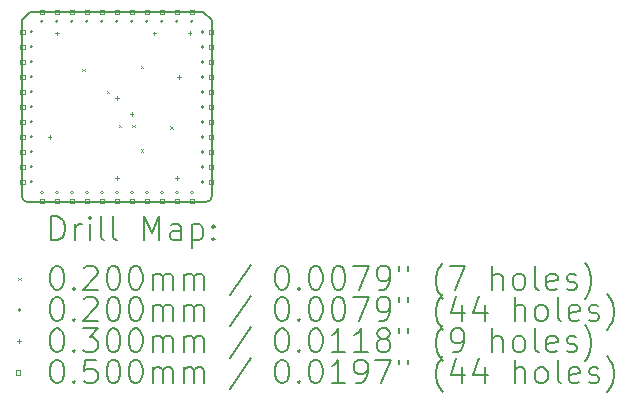
<source format=gbr>
%TF.GenerationSoftware,KiCad,Pcbnew,8.0.6*%
%TF.CreationDate,2024-11-06T22:11:39-05:00*%
%TF.ProjectId,CPLD Replacement,43504c44-2052-4657-906c-6163656d656e,rev?*%
%TF.SameCoordinates,Original*%
%TF.FileFunction,Drillmap*%
%TF.FilePolarity,Positive*%
%FSLAX45Y45*%
G04 Gerber Fmt 4.5, Leading zero omitted, Abs format (unit mm)*
G04 Created by KiCad (PCBNEW 8.0.6) date 2024-11-06 22:11:39*
%MOMM*%
%LPD*%
G01*
G04 APERTURE LIST*
%ADD10C,0.150000*%
%ADD11C,0.200000*%
%ADD12C,0.100000*%
G04 APERTURE END LIST*
D10*
X13842454Y-10301000D02*
X13842454Y-8821000D01*
X13917986Y-8745465D02*
X13842452Y-8821000D01*
X13918000Y-8745449D02*
X15383000Y-8745449D01*
X15383009Y-8745445D02*
X15457564Y-8820000D01*
X15397000Y-10361542D02*
X13902000Y-10361542D01*
X15457550Y-8820000D02*
X15457550Y-10301000D01*
X13902465Y-10361524D02*
G75*
G02*
X13842457Y-10301516I0J60008D01*
G01*
X15457558Y-10301435D02*
G75*
G02*
X15397549Y-10361443I-60009J1D01*
G01*
D11*
D12*
X14358000Y-9231000D02*
X14378000Y-9251000D01*
X14378000Y-9231000D02*
X14358000Y-9251000D01*
X14563000Y-9416000D02*
X14583000Y-9436000D01*
X14583000Y-9416000D02*
X14563000Y-9436000D01*
X14668000Y-9705000D02*
X14688000Y-9725000D01*
X14688000Y-9705000D02*
X14668000Y-9725000D01*
X14781000Y-9704000D02*
X14801000Y-9724000D01*
X14801000Y-9704000D02*
X14781000Y-9724000D01*
X14851000Y-9204000D02*
X14871000Y-9224000D01*
X14871000Y-9204000D02*
X14851000Y-9224000D01*
X14855000Y-9912000D02*
X14875000Y-9932000D01*
X14875000Y-9912000D02*
X14855000Y-9932000D01*
X15101000Y-9716000D02*
X15121000Y-9736000D01*
X15121000Y-9716000D02*
X15101000Y-9736000D01*
X13935000Y-8918000D02*
G75*
G02*
X13915000Y-8918000I-10000J0D01*
G01*
X13915000Y-8918000D02*
G75*
G02*
X13935000Y-8918000I10000J0D01*
G01*
X13935000Y-9045000D02*
G75*
G02*
X13915000Y-9045000I-10000J0D01*
G01*
X13915000Y-9045000D02*
G75*
G02*
X13935000Y-9045000I10000J0D01*
G01*
X13935000Y-9172000D02*
G75*
G02*
X13915000Y-9172000I-10000J0D01*
G01*
X13915000Y-9172000D02*
G75*
G02*
X13935000Y-9172000I10000J0D01*
G01*
X13935000Y-9299000D02*
G75*
G02*
X13915000Y-9299000I-10000J0D01*
G01*
X13915000Y-9299000D02*
G75*
G02*
X13935000Y-9299000I10000J0D01*
G01*
X13935000Y-9426000D02*
G75*
G02*
X13915000Y-9426000I-10000J0D01*
G01*
X13915000Y-9426000D02*
G75*
G02*
X13935000Y-9426000I10000J0D01*
G01*
X13935000Y-9553000D02*
G75*
G02*
X13915000Y-9553000I-10000J0D01*
G01*
X13915000Y-9553000D02*
G75*
G02*
X13935000Y-9553000I10000J0D01*
G01*
X13935000Y-9680000D02*
G75*
G02*
X13915000Y-9680000I-10000J0D01*
G01*
X13915000Y-9680000D02*
G75*
G02*
X13935000Y-9680000I10000J0D01*
G01*
X13935000Y-9807000D02*
G75*
G02*
X13915000Y-9807000I-10000J0D01*
G01*
X13915000Y-9807000D02*
G75*
G02*
X13935000Y-9807000I10000J0D01*
G01*
X13935000Y-9934000D02*
G75*
G02*
X13915000Y-9934000I-10000J0D01*
G01*
X13915000Y-9934000D02*
G75*
G02*
X13935000Y-9934000I10000J0D01*
G01*
X13935000Y-10061000D02*
G75*
G02*
X13915000Y-10061000I-10000J0D01*
G01*
X13915000Y-10061000D02*
G75*
G02*
X13935000Y-10061000I10000J0D01*
G01*
X13935000Y-10188000D02*
G75*
G02*
X13915000Y-10188000I-10000J0D01*
G01*
X13915000Y-10188000D02*
G75*
G02*
X13935000Y-10188000I10000J0D01*
G01*
X14025000Y-8828000D02*
G75*
G02*
X14005000Y-8828000I-10000J0D01*
G01*
X14005000Y-8828000D02*
G75*
G02*
X14025000Y-8828000I10000J0D01*
G01*
X14025000Y-10278000D02*
G75*
G02*
X14005000Y-10278000I-10000J0D01*
G01*
X14005000Y-10278000D02*
G75*
G02*
X14025000Y-10278000I10000J0D01*
G01*
X14152000Y-8828000D02*
G75*
G02*
X14132000Y-8828000I-10000J0D01*
G01*
X14132000Y-8828000D02*
G75*
G02*
X14152000Y-8828000I10000J0D01*
G01*
X14152000Y-10278000D02*
G75*
G02*
X14132000Y-10278000I-10000J0D01*
G01*
X14132000Y-10278000D02*
G75*
G02*
X14152000Y-10278000I10000J0D01*
G01*
X14279000Y-8828000D02*
G75*
G02*
X14259000Y-8828000I-10000J0D01*
G01*
X14259000Y-8828000D02*
G75*
G02*
X14279000Y-8828000I10000J0D01*
G01*
X14279000Y-10278000D02*
G75*
G02*
X14259000Y-10278000I-10000J0D01*
G01*
X14259000Y-10278000D02*
G75*
G02*
X14279000Y-10278000I10000J0D01*
G01*
X14406000Y-8828000D02*
G75*
G02*
X14386000Y-8828000I-10000J0D01*
G01*
X14386000Y-8828000D02*
G75*
G02*
X14406000Y-8828000I10000J0D01*
G01*
X14406000Y-10278000D02*
G75*
G02*
X14386000Y-10278000I-10000J0D01*
G01*
X14386000Y-10278000D02*
G75*
G02*
X14406000Y-10278000I10000J0D01*
G01*
X14533000Y-8828000D02*
G75*
G02*
X14513000Y-8828000I-10000J0D01*
G01*
X14513000Y-8828000D02*
G75*
G02*
X14533000Y-8828000I10000J0D01*
G01*
X14533000Y-10278000D02*
G75*
G02*
X14513000Y-10278000I-10000J0D01*
G01*
X14513000Y-10278000D02*
G75*
G02*
X14533000Y-10278000I10000J0D01*
G01*
X14660000Y-8828000D02*
G75*
G02*
X14640000Y-8828000I-10000J0D01*
G01*
X14640000Y-8828000D02*
G75*
G02*
X14660000Y-8828000I10000J0D01*
G01*
X14660000Y-10278000D02*
G75*
G02*
X14640000Y-10278000I-10000J0D01*
G01*
X14640000Y-10278000D02*
G75*
G02*
X14660000Y-10278000I10000J0D01*
G01*
X14787000Y-8828000D02*
G75*
G02*
X14767000Y-8828000I-10000J0D01*
G01*
X14767000Y-8828000D02*
G75*
G02*
X14787000Y-8828000I10000J0D01*
G01*
X14787000Y-10278000D02*
G75*
G02*
X14767000Y-10278000I-10000J0D01*
G01*
X14767000Y-10278000D02*
G75*
G02*
X14787000Y-10278000I10000J0D01*
G01*
X14914000Y-8828000D02*
G75*
G02*
X14894000Y-8828000I-10000J0D01*
G01*
X14894000Y-8828000D02*
G75*
G02*
X14914000Y-8828000I10000J0D01*
G01*
X14914000Y-10278000D02*
G75*
G02*
X14894000Y-10278000I-10000J0D01*
G01*
X14894000Y-10278000D02*
G75*
G02*
X14914000Y-10278000I10000J0D01*
G01*
X15041000Y-8828000D02*
G75*
G02*
X15021000Y-8828000I-10000J0D01*
G01*
X15021000Y-8828000D02*
G75*
G02*
X15041000Y-8828000I10000J0D01*
G01*
X15041000Y-10278000D02*
G75*
G02*
X15021000Y-10278000I-10000J0D01*
G01*
X15021000Y-10278000D02*
G75*
G02*
X15041000Y-10278000I10000J0D01*
G01*
X15168000Y-8828000D02*
G75*
G02*
X15148000Y-8828000I-10000J0D01*
G01*
X15148000Y-8828000D02*
G75*
G02*
X15168000Y-8828000I10000J0D01*
G01*
X15168000Y-10278000D02*
G75*
G02*
X15148000Y-10278000I-10000J0D01*
G01*
X15148000Y-10278000D02*
G75*
G02*
X15168000Y-10278000I10000J0D01*
G01*
X15295000Y-8828000D02*
G75*
G02*
X15275000Y-8828000I-10000J0D01*
G01*
X15275000Y-8828000D02*
G75*
G02*
X15295000Y-8828000I10000J0D01*
G01*
X15295000Y-10278000D02*
G75*
G02*
X15275000Y-10278000I-10000J0D01*
G01*
X15275000Y-10278000D02*
G75*
G02*
X15295000Y-10278000I10000J0D01*
G01*
X15385000Y-8918000D02*
G75*
G02*
X15365000Y-8918000I-10000J0D01*
G01*
X15365000Y-8918000D02*
G75*
G02*
X15385000Y-8918000I10000J0D01*
G01*
X15385000Y-9045000D02*
G75*
G02*
X15365000Y-9045000I-10000J0D01*
G01*
X15365000Y-9045000D02*
G75*
G02*
X15385000Y-9045000I10000J0D01*
G01*
X15385000Y-9172000D02*
G75*
G02*
X15365000Y-9172000I-10000J0D01*
G01*
X15365000Y-9172000D02*
G75*
G02*
X15385000Y-9172000I10000J0D01*
G01*
X15385000Y-9299000D02*
G75*
G02*
X15365000Y-9299000I-10000J0D01*
G01*
X15365000Y-9299000D02*
G75*
G02*
X15385000Y-9299000I10000J0D01*
G01*
X15385000Y-9426000D02*
G75*
G02*
X15365000Y-9426000I-10000J0D01*
G01*
X15365000Y-9426000D02*
G75*
G02*
X15385000Y-9426000I10000J0D01*
G01*
X15385000Y-9553000D02*
G75*
G02*
X15365000Y-9553000I-10000J0D01*
G01*
X15365000Y-9553000D02*
G75*
G02*
X15385000Y-9553000I10000J0D01*
G01*
X15385000Y-9680000D02*
G75*
G02*
X15365000Y-9680000I-10000J0D01*
G01*
X15365000Y-9680000D02*
G75*
G02*
X15385000Y-9680000I10000J0D01*
G01*
X15385000Y-9807000D02*
G75*
G02*
X15365000Y-9807000I-10000J0D01*
G01*
X15365000Y-9807000D02*
G75*
G02*
X15385000Y-9807000I10000J0D01*
G01*
X15385000Y-9934000D02*
G75*
G02*
X15365000Y-9934000I-10000J0D01*
G01*
X15365000Y-9934000D02*
G75*
G02*
X15385000Y-9934000I10000J0D01*
G01*
X15385000Y-10061000D02*
G75*
G02*
X15365000Y-10061000I-10000J0D01*
G01*
X15365000Y-10061000D02*
G75*
G02*
X15385000Y-10061000I10000J0D01*
G01*
X15385000Y-10188000D02*
G75*
G02*
X15365000Y-10188000I-10000J0D01*
G01*
X15365000Y-10188000D02*
G75*
G02*
X15385000Y-10188000I10000J0D01*
G01*
X14081000Y-9792000D02*
X14081000Y-9822000D01*
X14066000Y-9807000D02*
X14096000Y-9807000D01*
X14144000Y-8915000D02*
X14144000Y-8945000D01*
X14129000Y-8930000D02*
X14159000Y-8930000D01*
X14649000Y-9464000D02*
X14649000Y-9494000D01*
X14634000Y-9479000D02*
X14664000Y-9479000D01*
X14650000Y-10138000D02*
X14650000Y-10168000D01*
X14635000Y-10153000D02*
X14665000Y-10153000D01*
X14775000Y-9599000D02*
X14775000Y-9629000D01*
X14760000Y-9614000D02*
X14790000Y-9614000D01*
X14968000Y-8916000D02*
X14968000Y-8946000D01*
X14953000Y-8931000D02*
X14983000Y-8931000D01*
X15158000Y-10139000D02*
X15158000Y-10169000D01*
X15143000Y-10154000D02*
X15173000Y-10154000D01*
X15174000Y-9284000D02*
X15174000Y-9314000D01*
X15159000Y-9299000D02*
X15189000Y-9299000D01*
X15266000Y-8912000D02*
X15266000Y-8942000D01*
X15251000Y-8927000D02*
X15281000Y-8927000D01*
X13867678Y-8935678D02*
X13867678Y-8900322D01*
X13832322Y-8900322D01*
X13832322Y-8935678D01*
X13867678Y-8935678D01*
X13867678Y-9062678D02*
X13867678Y-9027322D01*
X13832322Y-9027322D01*
X13832322Y-9062678D01*
X13867678Y-9062678D01*
X13867678Y-9189678D02*
X13867678Y-9154322D01*
X13832322Y-9154322D01*
X13832322Y-9189678D01*
X13867678Y-9189678D01*
X13867678Y-9316678D02*
X13867678Y-9281322D01*
X13832322Y-9281322D01*
X13832322Y-9316678D01*
X13867678Y-9316678D01*
X13867678Y-9443678D02*
X13867678Y-9408322D01*
X13832322Y-9408322D01*
X13832322Y-9443678D01*
X13867678Y-9443678D01*
X13867678Y-9570678D02*
X13867678Y-9535322D01*
X13832322Y-9535322D01*
X13832322Y-9570678D01*
X13867678Y-9570678D01*
X13867678Y-9697678D02*
X13867678Y-9662322D01*
X13832322Y-9662322D01*
X13832322Y-9697678D01*
X13867678Y-9697678D01*
X13867678Y-9824678D02*
X13867678Y-9789322D01*
X13832322Y-9789322D01*
X13832322Y-9824678D01*
X13867678Y-9824678D01*
X13867678Y-9951678D02*
X13867678Y-9916322D01*
X13832322Y-9916322D01*
X13832322Y-9951678D01*
X13867678Y-9951678D01*
X13867678Y-10078678D02*
X13867678Y-10043322D01*
X13832322Y-10043322D01*
X13832322Y-10078678D01*
X13867678Y-10078678D01*
X13867678Y-10205678D02*
X13867678Y-10170322D01*
X13832322Y-10170322D01*
X13832322Y-10205678D01*
X13867678Y-10205678D01*
X14032678Y-8770678D02*
X14032678Y-8735322D01*
X13997322Y-8735322D01*
X13997322Y-8770678D01*
X14032678Y-8770678D01*
X14032678Y-10370678D02*
X14032678Y-10335322D01*
X13997322Y-10335322D01*
X13997322Y-10370678D01*
X14032678Y-10370678D01*
X14159678Y-8770678D02*
X14159678Y-8735322D01*
X14124322Y-8735322D01*
X14124322Y-8770678D01*
X14159678Y-8770678D01*
X14159678Y-10370678D02*
X14159678Y-10335322D01*
X14124322Y-10335322D01*
X14124322Y-10370678D01*
X14159678Y-10370678D01*
X14286678Y-8770678D02*
X14286678Y-8735322D01*
X14251322Y-8735322D01*
X14251322Y-8770678D01*
X14286678Y-8770678D01*
X14286678Y-10370678D02*
X14286678Y-10335322D01*
X14251322Y-10335322D01*
X14251322Y-10370678D01*
X14286678Y-10370678D01*
X14413678Y-8770678D02*
X14413678Y-8735322D01*
X14378322Y-8735322D01*
X14378322Y-8770678D01*
X14413678Y-8770678D01*
X14413678Y-10370678D02*
X14413678Y-10335322D01*
X14378322Y-10335322D01*
X14378322Y-10370678D01*
X14413678Y-10370678D01*
X14540678Y-8770678D02*
X14540678Y-8735322D01*
X14505322Y-8735322D01*
X14505322Y-8770678D01*
X14540678Y-8770678D01*
X14540678Y-10370678D02*
X14540678Y-10335322D01*
X14505322Y-10335322D01*
X14505322Y-10370678D01*
X14540678Y-10370678D01*
X14667678Y-8770678D02*
X14667678Y-8735322D01*
X14632322Y-8735322D01*
X14632322Y-8770678D01*
X14667678Y-8770678D01*
X14667678Y-10370678D02*
X14667678Y-10335322D01*
X14632322Y-10335322D01*
X14632322Y-10370678D01*
X14667678Y-10370678D01*
X14794678Y-8770678D02*
X14794678Y-8735322D01*
X14759322Y-8735322D01*
X14759322Y-8770678D01*
X14794678Y-8770678D01*
X14794678Y-10370678D02*
X14794678Y-10335322D01*
X14759322Y-10335322D01*
X14759322Y-10370678D01*
X14794678Y-10370678D01*
X14921678Y-8770678D02*
X14921678Y-8735322D01*
X14886322Y-8735322D01*
X14886322Y-8770678D01*
X14921678Y-8770678D01*
X14921678Y-10370678D02*
X14921678Y-10335322D01*
X14886322Y-10335322D01*
X14886322Y-10370678D01*
X14921678Y-10370678D01*
X15048678Y-8770678D02*
X15048678Y-8735322D01*
X15013322Y-8735322D01*
X15013322Y-8770678D01*
X15048678Y-8770678D01*
X15048678Y-10370678D02*
X15048678Y-10335322D01*
X15013322Y-10335322D01*
X15013322Y-10370678D01*
X15048678Y-10370678D01*
X15175678Y-8770678D02*
X15175678Y-8735322D01*
X15140322Y-8735322D01*
X15140322Y-8770678D01*
X15175678Y-8770678D01*
X15175678Y-10370678D02*
X15175678Y-10335322D01*
X15140322Y-10335322D01*
X15140322Y-10370678D01*
X15175678Y-10370678D01*
X15302678Y-8770678D02*
X15302678Y-8735322D01*
X15267322Y-8735322D01*
X15267322Y-8770678D01*
X15302678Y-8770678D01*
X15302678Y-10370678D02*
X15302678Y-10335322D01*
X15267322Y-10335322D01*
X15267322Y-10370678D01*
X15302678Y-10370678D01*
X15467678Y-8935678D02*
X15467678Y-8900322D01*
X15432322Y-8900322D01*
X15432322Y-8935678D01*
X15467678Y-8935678D01*
X15467678Y-9062678D02*
X15467678Y-9027322D01*
X15432322Y-9027322D01*
X15432322Y-9062678D01*
X15467678Y-9062678D01*
X15467678Y-9189678D02*
X15467678Y-9154322D01*
X15432322Y-9154322D01*
X15432322Y-9189678D01*
X15467678Y-9189678D01*
X15467678Y-9316678D02*
X15467678Y-9281322D01*
X15432322Y-9281322D01*
X15432322Y-9316678D01*
X15467678Y-9316678D01*
X15467678Y-9443678D02*
X15467678Y-9408322D01*
X15432322Y-9408322D01*
X15432322Y-9443678D01*
X15467678Y-9443678D01*
X15467678Y-9570678D02*
X15467678Y-9535322D01*
X15432322Y-9535322D01*
X15432322Y-9570678D01*
X15467678Y-9570678D01*
X15467678Y-9697678D02*
X15467678Y-9662322D01*
X15432322Y-9662322D01*
X15432322Y-9697678D01*
X15467678Y-9697678D01*
X15467678Y-9824678D02*
X15467678Y-9789322D01*
X15432322Y-9789322D01*
X15432322Y-9824678D01*
X15467678Y-9824678D01*
X15467678Y-9951678D02*
X15467678Y-9916322D01*
X15432322Y-9916322D01*
X15432322Y-9951678D01*
X15467678Y-9951678D01*
X15467678Y-10078678D02*
X15467678Y-10043322D01*
X15432322Y-10043322D01*
X15432322Y-10078678D01*
X15467678Y-10078678D01*
X15467678Y-10205678D02*
X15467678Y-10170322D01*
X15432322Y-10170322D01*
X15432322Y-10205678D01*
X15467678Y-10205678D01*
D11*
X14095728Y-10680526D02*
X14095728Y-10480526D01*
X14095728Y-10480526D02*
X14143347Y-10480526D01*
X14143347Y-10480526D02*
X14171919Y-10490050D01*
X14171919Y-10490050D02*
X14190966Y-10509098D01*
X14190966Y-10509098D02*
X14200490Y-10528145D01*
X14200490Y-10528145D02*
X14210014Y-10566240D01*
X14210014Y-10566240D02*
X14210014Y-10594812D01*
X14210014Y-10594812D02*
X14200490Y-10632907D01*
X14200490Y-10632907D02*
X14190966Y-10651955D01*
X14190966Y-10651955D02*
X14171919Y-10671002D01*
X14171919Y-10671002D02*
X14143347Y-10680526D01*
X14143347Y-10680526D02*
X14095728Y-10680526D01*
X14295728Y-10680526D02*
X14295728Y-10547193D01*
X14295728Y-10585288D02*
X14305252Y-10566240D01*
X14305252Y-10566240D02*
X14314776Y-10556717D01*
X14314776Y-10556717D02*
X14333824Y-10547193D01*
X14333824Y-10547193D02*
X14352871Y-10547193D01*
X14419538Y-10680526D02*
X14419538Y-10547193D01*
X14419538Y-10480526D02*
X14410014Y-10490050D01*
X14410014Y-10490050D02*
X14419538Y-10499574D01*
X14419538Y-10499574D02*
X14429062Y-10490050D01*
X14429062Y-10490050D02*
X14419538Y-10480526D01*
X14419538Y-10480526D02*
X14419538Y-10499574D01*
X14543347Y-10680526D02*
X14524300Y-10671002D01*
X14524300Y-10671002D02*
X14514776Y-10651955D01*
X14514776Y-10651955D02*
X14514776Y-10480526D01*
X14648109Y-10680526D02*
X14629062Y-10671002D01*
X14629062Y-10671002D02*
X14619538Y-10651955D01*
X14619538Y-10651955D02*
X14619538Y-10480526D01*
X14876681Y-10680526D02*
X14876681Y-10480526D01*
X14876681Y-10480526D02*
X14943347Y-10623383D01*
X14943347Y-10623383D02*
X15010014Y-10480526D01*
X15010014Y-10480526D02*
X15010014Y-10680526D01*
X15190966Y-10680526D02*
X15190966Y-10575764D01*
X15190966Y-10575764D02*
X15181443Y-10556717D01*
X15181443Y-10556717D02*
X15162395Y-10547193D01*
X15162395Y-10547193D02*
X15124300Y-10547193D01*
X15124300Y-10547193D02*
X15105252Y-10556717D01*
X15190966Y-10671002D02*
X15171919Y-10680526D01*
X15171919Y-10680526D02*
X15124300Y-10680526D01*
X15124300Y-10680526D02*
X15105252Y-10671002D01*
X15105252Y-10671002D02*
X15095728Y-10651955D01*
X15095728Y-10651955D02*
X15095728Y-10632907D01*
X15095728Y-10632907D02*
X15105252Y-10613859D01*
X15105252Y-10613859D02*
X15124300Y-10604336D01*
X15124300Y-10604336D02*
X15171919Y-10604336D01*
X15171919Y-10604336D02*
X15190966Y-10594812D01*
X15286205Y-10547193D02*
X15286205Y-10747193D01*
X15286205Y-10556717D02*
X15305252Y-10547193D01*
X15305252Y-10547193D02*
X15343347Y-10547193D01*
X15343347Y-10547193D02*
X15362395Y-10556717D01*
X15362395Y-10556717D02*
X15371919Y-10566240D01*
X15371919Y-10566240D02*
X15381443Y-10585288D01*
X15381443Y-10585288D02*
X15381443Y-10642431D01*
X15381443Y-10642431D02*
X15371919Y-10661478D01*
X15371919Y-10661478D02*
X15362395Y-10671002D01*
X15362395Y-10671002D02*
X15343347Y-10680526D01*
X15343347Y-10680526D02*
X15305252Y-10680526D01*
X15305252Y-10680526D02*
X15286205Y-10671002D01*
X15467157Y-10661478D02*
X15476681Y-10671002D01*
X15476681Y-10671002D02*
X15467157Y-10680526D01*
X15467157Y-10680526D02*
X15457633Y-10671002D01*
X15457633Y-10671002D02*
X15467157Y-10661478D01*
X15467157Y-10661478D02*
X15467157Y-10680526D01*
X15467157Y-10556717D02*
X15476681Y-10566240D01*
X15476681Y-10566240D02*
X15467157Y-10575764D01*
X15467157Y-10575764D02*
X15457633Y-10566240D01*
X15457633Y-10566240D02*
X15467157Y-10556717D01*
X15467157Y-10556717D02*
X15467157Y-10575764D01*
D12*
X13814952Y-10999042D02*
X13834952Y-11019042D01*
X13834952Y-10999042D02*
X13814952Y-11019042D01*
D11*
X14133824Y-10900526D02*
X14152871Y-10900526D01*
X14152871Y-10900526D02*
X14171919Y-10910050D01*
X14171919Y-10910050D02*
X14181443Y-10919574D01*
X14181443Y-10919574D02*
X14190966Y-10938621D01*
X14190966Y-10938621D02*
X14200490Y-10976717D01*
X14200490Y-10976717D02*
X14200490Y-11024336D01*
X14200490Y-11024336D02*
X14190966Y-11062431D01*
X14190966Y-11062431D02*
X14181443Y-11081478D01*
X14181443Y-11081478D02*
X14171919Y-11091002D01*
X14171919Y-11091002D02*
X14152871Y-11100526D01*
X14152871Y-11100526D02*
X14133824Y-11100526D01*
X14133824Y-11100526D02*
X14114776Y-11091002D01*
X14114776Y-11091002D02*
X14105252Y-11081478D01*
X14105252Y-11081478D02*
X14095728Y-11062431D01*
X14095728Y-11062431D02*
X14086205Y-11024336D01*
X14086205Y-11024336D02*
X14086205Y-10976717D01*
X14086205Y-10976717D02*
X14095728Y-10938621D01*
X14095728Y-10938621D02*
X14105252Y-10919574D01*
X14105252Y-10919574D02*
X14114776Y-10910050D01*
X14114776Y-10910050D02*
X14133824Y-10900526D01*
X14286205Y-11081478D02*
X14295728Y-11091002D01*
X14295728Y-11091002D02*
X14286205Y-11100526D01*
X14286205Y-11100526D02*
X14276681Y-11091002D01*
X14276681Y-11091002D02*
X14286205Y-11081478D01*
X14286205Y-11081478D02*
X14286205Y-11100526D01*
X14371919Y-10919574D02*
X14381443Y-10910050D01*
X14381443Y-10910050D02*
X14400490Y-10900526D01*
X14400490Y-10900526D02*
X14448109Y-10900526D01*
X14448109Y-10900526D02*
X14467157Y-10910050D01*
X14467157Y-10910050D02*
X14476681Y-10919574D01*
X14476681Y-10919574D02*
X14486205Y-10938621D01*
X14486205Y-10938621D02*
X14486205Y-10957669D01*
X14486205Y-10957669D02*
X14476681Y-10986240D01*
X14476681Y-10986240D02*
X14362395Y-11100526D01*
X14362395Y-11100526D02*
X14486205Y-11100526D01*
X14610014Y-10900526D02*
X14629062Y-10900526D01*
X14629062Y-10900526D02*
X14648109Y-10910050D01*
X14648109Y-10910050D02*
X14657633Y-10919574D01*
X14657633Y-10919574D02*
X14667157Y-10938621D01*
X14667157Y-10938621D02*
X14676681Y-10976717D01*
X14676681Y-10976717D02*
X14676681Y-11024336D01*
X14676681Y-11024336D02*
X14667157Y-11062431D01*
X14667157Y-11062431D02*
X14657633Y-11081478D01*
X14657633Y-11081478D02*
X14648109Y-11091002D01*
X14648109Y-11091002D02*
X14629062Y-11100526D01*
X14629062Y-11100526D02*
X14610014Y-11100526D01*
X14610014Y-11100526D02*
X14590966Y-11091002D01*
X14590966Y-11091002D02*
X14581443Y-11081478D01*
X14581443Y-11081478D02*
X14571919Y-11062431D01*
X14571919Y-11062431D02*
X14562395Y-11024336D01*
X14562395Y-11024336D02*
X14562395Y-10976717D01*
X14562395Y-10976717D02*
X14571919Y-10938621D01*
X14571919Y-10938621D02*
X14581443Y-10919574D01*
X14581443Y-10919574D02*
X14590966Y-10910050D01*
X14590966Y-10910050D02*
X14610014Y-10900526D01*
X14800490Y-10900526D02*
X14819538Y-10900526D01*
X14819538Y-10900526D02*
X14838586Y-10910050D01*
X14838586Y-10910050D02*
X14848109Y-10919574D01*
X14848109Y-10919574D02*
X14857633Y-10938621D01*
X14857633Y-10938621D02*
X14867157Y-10976717D01*
X14867157Y-10976717D02*
X14867157Y-11024336D01*
X14867157Y-11024336D02*
X14857633Y-11062431D01*
X14857633Y-11062431D02*
X14848109Y-11081478D01*
X14848109Y-11081478D02*
X14838586Y-11091002D01*
X14838586Y-11091002D02*
X14819538Y-11100526D01*
X14819538Y-11100526D02*
X14800490Y-11100526D01*
X14800490Y-11100526D02*
X14781443Y-11091002D01*
X14781443Y-11091002D02*
X14771919Y-11081478D01*
X14771919Y-11081478D02*
X14762395Y-11062431D01*
X14762395Y-11062431D02*
X14752871Y-11024336D01*
X14752871Y-11024336D02*
X14752871Y-10976717D01*
X14752871Y-10976717D02*
X14762395Y-10938621D01*
X14762395Y-10938621D02*
X14771919Y-10919574D01*
X14771919Y-10919574D02*
X14781443Y-10910050D01*
X14781443Y-10910050D02*
X14800490Y-10900526D01*
X14952871Y-11100526D02*
X14952871Y-10967193D01*
X14952871Y-10986240D02*
X14962395Y-10976717D01*
X14962395Y-10976717D02*
X14981443Y-10967193D01*
X14981443Y-10967193D02*
X15010014Y-10967193D01*
X15010014Y-10967193D02*
X15029062Y-10976717D01*
X15029062Y-10976717D02*
X15038586Y-10995764D01*
X15038586Y-10995764D02*
X15038586Y-11100526D01*
X15038586Y-10995764D02*
X15048109Y-10976717D01*
X15048109Y-10976717D02*
X15067157Y-10967193D01*
X15067157Y-10967193D02*
X15095728Y-10967193D01*
X15095728Y-10967193D02*
X15114776Y-10976717D01*
X15114776Y-10976717D02*
X15124300Y-10995764D01*
X15124300Y-10995764D02*
X15124300Y-11100526D01*
X15219538Y-11100526D02*
X15219538Y-10967193D01*
X15219538Y-10986240D02*
X15229062Y-10976717D01*
X15229062Y-10976717D02*
X15248109Y-10967193D01*
X15248109Y-10967193D02*
X15276681Y-10967193D01*
X15276681Y-10967193D02*
X15295728Y-10976717D01*
X15295728Y-10976717D02*
X15305252Y-10995764D01*
X15305252Y-10995764D02*
X15305252Y-11100526D01*
X15305252Y-10995764D02*
X15314776Y-10976717D01*
X15314776Y-10976717D02*
X15333824Y-10967193D01*
X15333824Y-10967193D02*
X15362395Y-10967193D01*
X15362395Y-10967193D02*
X15381443Y-10976717D01*
X15381443Y-10976717D02*
X15390967Y-10995764D01*
X15390967Y-10995764D02*
X15390967Y-11100526D01*
X15781443Y-10891002D02*
X15610014Y-11148145D01*
X16038586Y-10900526D02*
X16057633Y-10900526D01*
X16057633Y-10900526D02*
X16076681Y-10910050D01*
X16076681Y-10910050D02*
X16086205Y-10919574D01*
X16086205Y-10919574D02*
X16095729Y-10938621D01*
X16095729Y-10938621D02*
X16105252Y-10976717D01*
X16105252Y-10976717D02*
X16105252Y-11024336D01*
X16105252Y-11024336D02*
X16095729Y-11062431D01*
X16095729Y-11062431D02*
X16086205Y-11081478D01*
X16086205Y-11081478D02*
X16076681Y-11091002D01*
X16076681Y-11091002D02*
X16057633Y-11100526D01*
X16057633Y-11100526D02*
X16038586Y-11100526D01*
X16038586Y-11100526D02*
X16019538Y-11091002D01*
X16019538Y-11091002D02*
X16010014Y-11081478D01*
X16010014Y-11081478D02*
X16000490Y-11062431D01*
X16000490Y-11062431D02*
X15990967Y-11024336D01*
X15990967Y-11024336D02*
X15990967Y-10976717D01*
X15990967Y-10976717D02*
X16000490Y-10938621D01*
X16000490Y-10938621D02*
X16010014Y-10919574D01*
X16010014Y-10919574D02*
X16019538Y-10910050D01*
X16019538Y-10910050D02*
X16038586Y-10900526D01*
X16190967Y-11081478D02*
X16200490Y-11091002D01*
X16200490Y-11091002D02*
X16190967Y-11100526D01*
X16190967Y-11100526D02*
X16181443Y-11091002D01*
X16181443Y-11091002D02*
X16190967Y-11081478D01*
X16190967Y-11081478D02*
X16190967Y-11100526D01*
X16324300Y-10900526D02*
X16343348Y-10900526D01*
X16343348Y-10900526D02*
X16362395Y-10910050D01*
X16362395Y-10910050D02*
X16371919Y-10919574D01*
X16371919Y-10919574D02*
X16381443Y-10938621D01*
X16381443Y-10938621D02*
X16390967Y-10976717D01*
X16390967Y-10976717D02*
X16390967Y-11024336D01*
X16390967Y-11024336D02*
X16381443Y-11062431D01*
X16381443Y-11062431D02*
X16371919Y-11081478D01*
X16371919Y-11081478D02*
X16362395Y-11091002D01*
X16362395Y-11091002D02*
X16343348Y-11100526D01*
X16343348Y-11100526D02*
X16324300Y-11100526D01*
X16324300Y-11100526D02*
X16305252Y-11091002D01*
X16305252Y-11091002D02*
X16295729Y-11081478D01*
X16295729Y-11081478D02*
X16286205Y-11062431D01*
X16286205Y-11062431D02*
X16276681Y-11024336D01*
X16276681Y-11024336D02*
X16276681Y-10976717D01*
X16276681Y-10976717D02*
X16286205Y-10938621D01*
X16286205Y-10938621D02*
X16295729Y-10919574D01*
X16295729Y-10919574D02*
X16305252Y-10910050D01*
X16305252Y-10910050D02*
X16324300Y-10900526D01*
X16514776Y-10900526D02*
X16533824Y-10900526D01*
X16533824Y-10900526D02*
X16552871Y-10910050D01*
X16552871Y-10910050D02*
X16562395Y-10919574D01*
X16562395Y-10919574D02*
X16571919Y-10938621D01*
X16571919Y-10938621D02*
X16581443Y-10976717D01*
X16581443Y-10976717D02*
X16581443Y-11024336D01*
X16581443Y-11024336D02*
X16571919Y-11062431D01*
X16571919Y-11062431D02*
X16562395Y-11081478D01*
X16562395Y-11081478D02*
X16552871Y-11091002D01*
X16552871Y-11091002D02*
X16533824Y-11100526D01*
X16533824Y-11100526D02*
X16514776Y-11100526D01*
X16514776Y-11100526D02*
X16495729Y-11091002D01*
X16495729Y-11091002D02*
X16486205Y-11081478D01*
X16486205Y-11081478D02*
X16476681Y-11062431D01*
X16476681Y-11062431D02*
X16467157Y-11024336D01*
X16467157Y-11024336D02*
X16467157Y-10976717D01*
X16467157Y-10976717D02*
X16476681Y-10938621D01*
X16476681Y-10938621D02*
X16486205Y-10919574D01*
X16486205Y-10919574D02*
X16495729Y-10910050D01*
X16495729Y-10910050D02*
X16514776Y-10900526D01*
X16648110Y-10900526D02*
X16781443Y-10900526D01*
X16781443Y-10900526D02*
X16695729Y-11100526D01*
X16867157Y-11100526D02*
X16905252Y-11100526D01*
X16905252Y-11100526D02*
X16924300Y-11091002D01*
X16924300Y-11091002D02*
X16933824Y-11081478D01*
X16933824Y-11081478D02*
X16952872Y-11052907D01*
X16952872Y-11052907D02*
X16962395Y-11014812D01*
X16962395Y-11014812D02*
X16962395Y-10938621D01*
X16962395Y-10938621D02*
X16952872Y-10919574D01*
X16952872Y-10919574D02*
X16943348Y-10910050D01*
X16943348Y-10910050D02*
X16924300Y-10900526D01*
X16924300Y-10900526D02*
X16886205Y-10900526D01*
X16886205Y-10900526D02*
X16867157Y-10910050D01*
X16867157Y-10910050D02*
X16857633Y-10919574D01*
X16857633Y-10919574D02*
X16848110Y-10938621D01*
X16848110Y-10938621D02*
X16848110Y-10986240D01*
X16848110Y-10986240D02*
X16857633Y-11005288D01*
X16857633Y-11005288D02*
X16867157Y-11014812D01*
X16867157Y-11014812D02*
X16886205Y-11024336D01*
X16886205Y-11024336D02*
X16924300Y-11024336D01*
X16924300Y-11024336D02*
X16943348Y-11014812D01*
X16943348Y-11014812D02*
X16952872Y-11005288D01*
X16952872Y-11005288D02*
X16962395Y-10986240D01*
X17038586Y-10900526D02*
X17038586Y-10938621D01*
X17114776Y-10900526D02*
X17114776Y-10938621D01*
X17410015Y-11176717D02*
X17400491Y-11167193D01*
X17400491Y-11167193D02*
X17381443Y-11138621D01*
X17381443Y-11138621D02*
X17371919Y-11119574D01*
X17371919Y-11119574D02*
X17362395Y-11091002D01*
X17362395Y-11091002D02*
X17352872Y-11043383D01*
X17352872Y-11043383D02*
X17352872Y-11005288D01*
X17352872Y-11005288D02*
X17362395Y-10957669D01*
X17362395Y-10957669D02*
X17371919Y-10929098D01*
X17371919Y-10929098D02*
X17381443Y-10910050D01*
X17381443Y-10910050D02*
X17400491Y-10881478D01*
X17400491Y-10881478D02*
X17410015Y-10871955D01*
X17467157Y-10900526D02*
X17600491Y-10900526D01*
X17600491Y-10900526D02*
X17514776Y-11100526D01*
X17829062Y-11100526D02*
X17829062Y-10900526D01*
X17914776Y-11100526D02*
X17914776Y-10995764D01*
X17914776Y-10995764D02*
X17905253Y-10976717D01*
X17905253Y-10976717D02*
X17886205Y-10967193D01*
X17886205Y-10967193D02*
X17857634Y-10967193D01*
X17857634Y-10967193D02*
X17838586Y-10976717D01*
X17838586Y-10976717D02*
X17829062Y-10986240D01*
X18038586Y-11100526D02*
X18019538Y-11091002D01*
X18019538Y-11091002D02*
X18010015Y-11081478D01*
X18010015Y-11081478D02*
X18000491Y-11062431D01*
X18000491Y-11062431D02*
X18000491Y-11005288D01*
X18000491Y-11005288D02*
X18010015Y-10986240D01*
X18010015Y-10986240D02*
X18019538Y-10976717D01*
X18019538Y-10976717D02*
X18038586Y-10967193D01*
X18038586Y-10967193D02*
X18067157Y-10967193D01*
X18067157Y-10967193D02*
X18086205Y-10976717D01*
X18086205Y-10976717D02*
X18095729Y-10986240D01*
X18095729Y-10986240D02*
X18105253Y-11005288D01*
X18105253Y-11005288D02*
X18105253Y-11062431D01*
X18105253Y-11062431D02*
X18095729Y-11081478D01*
X18095729Y-11081478D02*
X18086205Y-11091002D01*
X18086205Y-11091002D02*
X18067157Y-11100526D01*
X18067157Y-11100526D02*
X18038586Y-11100526D01*
X18219538Y-11100526D02*
X18200491Y-11091002D01*
X18200491Y-11091002D02*
X18190967Y-11071955D01*
X18190967Y-11071955D02*
X18190967Y-10900526D01*
X18371919Y-11091002D02*
X18352872Y-11100526D01*
X18352872Y-11100526D02*
X18314776Y-11100526D01*
X18314776Y-11100526D02*
X18295729Y-11091002D01*
X18295729Y-11091002D02*
X18286205Y-11071955D01*
X18286205Y-11071955D02*
X18286205Y-10995764D01*
X18286205Y-10995764D02*
X18295729Y-10976717D01*
X18295729Y-10976717D02*
X18314776Y-10967193D01*
X18314776Y-10967193D02*
X18352872Y-10967193D01*
X18352872Y-10967193D02*
X18371919Y-10976717D01*
X18371919Y-10976717D02*
X18381443Y-10995764D01*
X18381443Y-10995764D02*
X18381443Y-11014812D01*
X18381443Y-11014812D02*
X18286205Y-11033859D01*
X18457634Y-11091002D02*
X18476681Y-11100526D01*
X18476681Y-11100526D02*
X18514776Y-11100526D01*
X18514776Y-11100526D02*
X18533824Y-11091002D01*
X18533824Y-11091002D02*
X18543348Y-11071955D01*
X18543348Y-11071955D02*
X18543348Y-11062431D01*
X18543348Y-11062431D02*
X18533824Y-11043383D01*
X18533824Y-11043383D02*
X18514776Y-11033859D01*
X18514776Y-11033859D02*
X18486205Y-11033859D01*
X18486205Y-11033859D02*
X18467157Y-11024336D01*
X18467157Y-11024336D02*
X18457634Y-11005288D01*
X18457634Y-11005288D02*
X18457634Y-10995764D01*
X18457634Y-10995764D02*
X18467157Y-10976717D01*
X18467157Y-10976717D02*
X18486205Y-10967193D01*
X18486205Y-10967193D02*
X18514776Y-10967193D01*
X18514776Y-10967193D02*
X18533824Y-10976717D01*
X18610015Y-11176717D02*
X18619538Y-11167193D01*
X18619538Y-11167193D02*
X18638586Y-11138621D01*
X18638586Y-11138621D02*
X18648110Y-11119574D01*
X18648110Y-11119574D02*
X18657634Y-11091002D01*
X18657634Y-11091002D02*
X18667157Y-11043383D01*
X18667157Y-11043383D02*
X18667157Y-11005288D01*
X18667157Y-11005288D02*
X18657634Y-10957669D01*
X18657634Y-10957669D02*
X18648110Y-10929098D01*
X18648110Y-10929098D02*
X18638586Y-10910050D01*
X18638586Y-10910050D02*
X18619538Y-10881478D01*
X18619538Y-10881478D02*
X18610015Y-10871955D01*
D12*
X13834952Y-11273042D02*
G75*
G02*
X13814952Y-11273042I-10000J0D01*
G01*
X13814952Y-11273042D02*
G75*
G02*
X13834952Y-11273042I10000J0D01*
G01*
D11*
X14133824Y-11164526D02*
X14152871Y-11164526D01*
X14152871Y-11164526D02*
X14171919Y-11174050D01*
X14171919Y-11174050D02*
X14181443Y-11183574D01*
X14181443Y-11183574D02*
X14190966Y-11202621D01*
X14190966Y-11202621D02*
X14200490Y-11240716D01*
X14200490Y-11240716D02*
X14200490Y-11288336D01*
X14200490Y-11288336D02*
X14190966Y-11326431D01*
X14190966Y-11326431D02*
X14181443Y-11345478D01*
X14181443Y-11345478D02*
X14171919Y-11355002D01*
X14171919Y-11355002D02*
X14152871Y-11364526D01*
X14152871Y-11364526D02*
X14133824Y-11364526D01*
X14133824Y-11364526D02*
X14114776Y-11355002D01*
X14114776Y-11355002D02*
X14105252Y-11345478D01*
X14105252Y-11345478D02*
X14095728Y-11326431D01*
X14095728Y-11326431D02*
X14086205Y-11288336D01*
X14086205Y-11288336D02*
X14086205Y-11240716D01*
X14086205Y-11240716D02*
X14095728Y-11202621D01*
X14095728Y-11202621D02*
X14105252Y-11183574D01*
X14105252Y-11183574D02*
X14114776Y-11174050D01*
X14114776Y-11174050D02*
X14133824Y-11164526D01*
X14286205Y-11345478D02*
X14295728Y-11355002D01*
X14295728Y-11355002D02*
X14286205Y-11364526D01*
X14286205Y-11364526D02*
X14276681Y-11355002D01*
X14276681Y-11355002D02*
X14286205Y-11345478D01*
X14286205Y-11345478D02*
X14286205Y-11364526D01*
X14371919Y-11183574D02*
X14381443Y-11174050D01*
X14381443Y-11174050D02*
X14400490Y-11164526D01*
X14400490Y-11164526D02*
X14448109Y-11164526D01*
X14448109Y-11164526D02*
X14467157Y-11174050D01*
X14467157Y-11174050D02*
X14476681Y-11183574D01*
X14476681Y-11183574D02*
X14486205Y-11202621D01*
X14486205Y-11202621D02*
X14486205Y-11221669D01*
X14486205Y-11221669D02*
X14476681Y-11250240D01*
X14476681Y-11250240D02*
X14362395Y-11364526D01*
X14362395Y-11364526D02*
X14486205Y-11364526D01*
X14610014Y-11164526D02*
X14629062Y-11164526D01*
X14629062Y-11164526D02*
X14648109Y-11174050D01*
X14648109Y-11174050D02*
X14657633Y-11183574D01*
X14657633Y-11183574D02*
X14667157Y-11202621D01*
X14667157Y-11202621D02*
X14676681Y-11240716D01*
X14676681Y-11240716D02*
X14676681Y-11288336D01*
X14676681Y-11288336D02*
X14667157Y-11326431D01*
X14667157Y-11326431D02*
X14657633Y-11345478D01*
X14657633Y-11345478D02*
X14648109Y-11355002D01*
X14648109Y-11355002D02*
X14629062Y-11364526D01*
X14629062Y-11364526D02*
X14610014Y-11364526D01*
X14610014Y-11364526D02*
X14590966Y-11355002D01*
X14590966Y-11355002D02*
X14581443Y-11345478D01*
X14581443Y-11345478D02*
X14571919Y-11326431D01*
X14571919Y-11326431D02*
X14562395Y-11288336D01*
X14562395Y-11288336D02*
X14562395Y-11240716D01*
X14562395Y-11240716D02*
X14571919Y-11202621D01*
X14571919Y-11202621D02*
X14581443Y-11183574D01*
X14581443Y-11183574D02*
X14590966Y-11174050D01*
X14590966Y-11174050D02*
X14610014Y-11164526D01*
X14800490Y-11164526D02*
X14819538Y-11164526D01*
X14819538Y-11164526D02*
X14838586Y-11174050D01*
X14838586Y-11174050D02*
X14848109Y-11183574D01*
X14848109Y-11183574D02*
X14857633Y-11202621D01*
X14857633Y-11202621D02*
X14867157Y-11240716D01*
X14867157Y-11240716D02*
X14867157Y-11288336D01*
X14867157Y-11288336D02*
X14857633Y-11326431D01*
X14857633Y-11326431D02*
X14848109Y-11345478D01*
X14848109Y-11345478D02*
X14838586Y-11355002D01*
X14838586Y-11355002D02*
X14819538Y-11364526D01*
X14819538Y-11364526D02*
X14800490Y-11364526D01*
X14800490Y-11364526D02*
X14781443Y-11355002D01*
X14781443Y-11355002D02*
X14771919Y-11345478D01*
X14771919Y-11345478D02*
X14762395Y-11326431D01*
X14762395Y-11326431D02*
X14752871Y-11288336D01*
X14752871Y-11288336D02*
X14752871Y-11240716D01*
X14752871Y-11240716D02*
X14762395Y-11202621D01*
X14762395Y-11202621D02*
X14771919Y-11183574D01*
X14771919Y-11183574D02*
X14781443Y-11174050D01*
X14781443Y-11174050D02*
X14800490Y-11164526D01*
X14952871Y-11364526D02*
X14952871Y-11231193D01*
X14952871Y-11250240D02*
X14962395Y-11240716D01*
X14962395Y-11240716D02*
X14981443Y-11231193D01*
X14981443Y-11231193D02*
X15010014Y-11231193D01*
X15010014Y-11231193D02*
X15029062Y-11240716D01*
X15029062Y-11240716D02*
X15038586Y-11259764D01*
X15038586Y-11259764D02*
X15038586Y-11364526D01*
X15038586Y-11259764D02*
X15048109Y-11240716D01*
X15048109Y-11240716D02*
X15067157Y-11231193D01*
X15067157Y-11231193D02*
X15095728Y-11231193D01*
X15095728Y-11231193D02*
X15114776Y-11240716D01*
X15114776Y-11240716D02*
X15124300Y-11259764D01*
X15124300Y-11259764D02*
X15124300Y-11364526D01*
X15219538Y-11364526D02*
X15219538Y-11231193D01*
X15219538Y-11250240D02*
X15229062Y-11240716D01*
X15229062Y-11240716D02*
X15248109Y-11231193D01*
X15248109Y-11231193D02*
X15276681Y-11231193D01*
X15276681Y-11231193D02*
X15295728Y-11240716D01*
X15295728Y-11240716D02*
X15305252Y-11259764D01*
X15305252Y-11259764D02*
X15305252Y-11364526D01*
X15305252Y-11259764D02*
X15314776Y-11240716D01*
X15314776Y-11240716D02*
X15333824Y-11231193D01*
X15333824Y-11231193D02*
X15362395Y-11231193D01*
X15362395Y-11231193D02*
X15381443Y-11240716D01*
X15381443Y-11240716D02*
X15390967Y-11259764D01*
X15390967Y-11259764D02*
X15390967Y-11364526D01*
X15781443Y-11155002D02*
X15610014Y-11412145D01*
X16038586Y-11164526D02*
X16057633Y-11164526D01*
X16057633Y-11164526D02*
X16076681Y-11174050D01*
X16076681Y-11174050D02*
X16086205Y-11183574D01*
X16086205Y-11183574D02*
X16095729Y-11202621D01*
X16095729Y-11202621D02*
X16105252Y-11240716D01*
X16105252Y-11240716D02*
X16105252Y-11288336D01*
X16105252Y-11288336D02*
X16095729Y-11326431D01*
X16095729Y-11326431D02*
X16086205Y-11345478D01*
X16086205Y-11345478D02*
X16076681Y-11355002D01*
X16076681Y-11355002D02*
X16057633Y-11364526D01*
X16057633Y-11364526D02*
X16038586Y-11364526D01*
X16038586Y-11364526D02*
X16019538Y-11355002D01*
X16019538Y-11355002D02*
X16010014Y-11345478D01*
X16010014Y-11345478D02*
X16000490Y-11326431D01*
X16000490Y-11326431D02*
X15990967Y-11288336D01*
X15990967Y-11288336D02*
X15990967Y-11240716D01*
X15990967Y-11240716D02*
X16000490Y-11202621D01*
X16000490Y-11202621D02*
X16010014Y-11183574D01*
X16010014Y-11183574D02*
X16019538Y-11174050D01*
X16019538Y-11174050D02*
X16038586Y-11164526D01*
X16190967Y-11345478D02*
X16200490Y-11355002D01*
X16200490Y-11355002D02*
X16190967Y-11364526D01*
X16190967Y-11364526D02*
X16181443Y-11355002D01*
X16181443Y-11355002D02*
X16190967Y-11345478D01*
X16190967Y-11345478D02*
X16190967Y-11364526D01*
X16324300Y-11164526D02*
X16343348Y-11164526D01*
X16343348Y-11164526D02*
X16362395Y-11174050D01*
X16362395Y-11174050D02*
X16371919Y-11183574D01*
X16371919Y-11183574D02*
X16381443Y-11202621D01*
X16381443Y-11202621D02*
X16390967Y-11240716D01*
X16390967Y-11240716D02*
X16390967Y-11288336D01*
X16390967Y-11288336D02*
X16381443Y-11326431D01*
X16381443Y-11326431D02*
X16371919Y-11345478D01*
X16371919Y-11345478D02*
X16362395Y-11355002D01*
X16362395Y-11355002D02*
X16343348Y-11364526D01*
X16343348Y-11364526D02*
X16324300Y-11364526D01*
X16324300Y-11364526D02*
X16305252Y-11355002D01*
X16305252Y-11355002D02*
X16295729Y-11345478D01*
X16295729Y-11345478D02*
X16286205Y-11326431D01*
X16286205Y-11326431D02*
X16276681Y-11288336D01*
X16276681Y-11288336D02*
X16276681Y-11240716D01*
X16276681Y-11240716D02*
X16286205Y-11202621D01*
X16286205Y-11202621D02*
X16295729Y-11183574D01*
X16295729Y-11183574D02*
X16305252Y-11174050D01*
X16305252Y-11174050D02*
X16324300Y-11164526D01*
X16514776Y-11164526D02*
X16533824Y-11164526D01*
X16533824Y-11164526D02*
X16552871Y-11174050D01*
X16552871Y-11174050D02*
X16562395Y-11183574D01*
X16562395Y-11183574D02*
X16571919Y-11202621D01*
X16571919Y-11202621D02*
X16581443Y-11240716D01*
X16581443Y-11240716D02*
X16581443Y-11288336D01*
X16581443Y-11288336D02*
X16571919Y-11326431D01*
X16571919Y-11326431D02*
X16562395Y-11345478D01*
X16562395Y-11345478D02*
X16552871Y-11355002D01*
X16552871Y-11355002D02*
X16533824Y-11364526D01*
X16533824Y-11364526D02*
X16514776Y-11364526D01*
X16514776Y-11364526D02*
X16495729Y-11355002D01*
X16495729Y-11355002D02*
X16486205Y-11345478D01*
X16486205Y-11345478D02*
X16476681Y-11326431D01*
X16476681Y-11326431D02*
X16467157Y-11288336D01*
X16467157Y-11288336D02*
X16467157Y-11240716D01*
X16467157Y-11240716D02*
X16476681Y-11202621D01*
X16476681Y-11202621D02*
X16486205Y-11183574D01*
X16486205Y-11183574D02*
X16495729Y-11174050D01*
X16495729Y-11174050D02*
X16514776Y-11164526D01*
X16648110Y-11164526D02*
X16781443Y-11164526D01*
X16781443Y-11164526D02*
X16695729Y-11364526D01*
X16867157Y-11364526D02*
X16905252Y-11364526D01*
X16905252Y-11364526D02*
X16924300Y-11355002D01*
X16924300Y-11355002D02*
X16933824Y-11345478D01*
X16933824Y-11345478D02*
X16952872Y-11316907D01*
X16952872Y-11316907D02*
X16962395Y-11278812D01*
X16962395Y-11278812D02*
X16962395Y-11202621D01*
X16962395Y-11202621D02*
X16952872Y-11183574D01*
X16952872Y-11183574D02*
X16943348Y-11174050D01*
X16943348Y-11174050D02*
X16924300Y-11164526D01*
X16924300Y-11164526D02*
X16886205Y-11164526D01*
X16886205Y-11164526D02*
X16867157Y-11174050D01*
X16867157Y-11174050D02*
X16857633Y-11183574D01*
X16857633Y-11183574D02*
X16848110Y-11202621D01*
X16848110Y-11202621D02*
X16848110Y-11250240D01*
X16848110Y-11250240D02*
X16857633Y-11269288D01*
X16857633Y-11269288D02*
X16867157Y-11278812D01*
X16867157Y-11278812D02*
X16886205Y-11288336D01*
X16886205Y-11288336D02*
X16924300Y-11288336D01*
X16924300Y-11288336D02*
X16943348Y-11278812D01*
X16943348Y-11278812D02*
X16952872Y-11269288D01*
X16952872Y-11269288D02*
X16962395Y-11250240D01*
X17038586Y-11164526D02*
X17038586Y-11202621D01*
X17114776Y-11164526D02*
X17114776Y-11202621D01*
X17410015Y-11440716D02*
X17400491Y-11431193D01*
X17400491Y-11431193D02*
X17381443Y-11402621D01*
X17381443Y-11402621D02*
X17371919Y-11383574D01*
X17371919Y-11383574D02*
X17362395Y-11355002D01*
X17362395Y-11355002D02*
X17352872Y-11307383D01*
X17352872Y-11307383D02*
X17352872Y-11269288D01*
X17352872Y-11269288D02*
X17362395Y-11221669D01*
X17362395Y-11221669D02*
X17371919Y-11193097D01*
X17371919Y-11193097D02*
X17381443Y-11174050D01*
X17381443Y-11174050D02*
X17400491Y-11145478D01*
X17400491Y-11145478D02*
X17410015Y-11135955D01*
X17571919Y-11231193D02*
X17571919Y-11364526D01*
X17524300Y-11155002D02*
X17476681Y-11297859D01*
X17476681Y-11297859D02*
X17600491Y-11297859D01*
X17762395Y-11231193D02*
X17762395Y-11364526D01*
X17714776Y-11155002D02*
X17667157Y-11297859D01*
X17667157Y-11297859D02*
X17790967Y-11297859D01*
X18019538Y-11364526D02*
X18019538Y-11164526D01*
X18105253Y-11364526D02*
X18105253Y-11259764D01*
X18105253Y-11259764D02*
X18095729Y-11240716D01*
X18095729Y-11240716D02*
X18076681Y-11231193D01*
X18076681Y-11231193D02*
X18048110Y-11231193D01*
X18048110Y-11231193D02*
X18029062Y-11240716D01*
X18029062Y-11240716D02*
X18019538Y-11250240D01*
X18229062Y-11364526D02*
X18210015Y-11355002D01*
X18210015Y-11355002D02*
X18200491Y-11345478D01*
X18200491Y-11345478D02*
X18190967Y-11326431D01*
X18190967Y-11326431D02*
X18190967Y-11269288D01*
X18190967Y-11269288D02*
X18200491Y-11250240D01*
X18200491Y-11250240D02*
X18210015Y-11240716D01*
X18210015Y-11240716D02*
X18229062Y-11231193D01*
X18229062Y-11231193D02*
X18257634Y-11231193D01*
X18257634Y-11231193D02*
X18276681Y-11240716D01*
X18276681Y-11240716D02*
X18286205Y-11250240D01*
X18286205Y-11250240D02*
X18295729Y-11269288D01*
X18295729Y-11269288D02*
X18295729Y-11326431D01*
X18295729Y-11326431D02*
X18286205Y-11345478D01*
X18286205Y-11345478D02*
X18276681Y-11355002D01*
X18276681Y-11355002D02*
X18257634Y-11364526D01*
X18257634Y-11364526D02*
X18229062Y-11364526D01*
X18410015Y-11364526D02*
X18390967Y-11355002D01*
X18390967Y-11355002D02*
X18381443Y-11335955D01*
X18381443Y-11335955D02*
X18381443Y-11164526D01*
X18562396Y-11355002D02*
X18543348Y-11364526D01*
X18543348Y-11364526D02*
X18505253Y-11364526D01*
X18505253Y-11364526D02*
X18486205Y-11355002D01*
X18486205Y-11355002D02*
X18476681Y-11335955D01*
X18476681Y-11335955D02*
X18476681Y-11259764D01*
X18476681Y-11259764D02*
X18486205Y-11240716D01*
X18486205Y-11240716D02*
X18505253Y-11231193D01*
X18505253Y-11231193D02*
X18543348Y-11231193D01*
X18543348Y-11231193D02*
X18562396Y-11240716D01*
X18562396Y-11240716D02*
X18571919Y-11259764D01*
X18571919Y-11259764D02*
X18571919Y-11278812D01*
X18571919Y-11278812D02*
X18476681Y-11297859D01*
X18648110Y-11355002D02*
X18667157Y-11364526D01*
X18667157Y-11364526D02*
X18705253Y-11364526D01*
X18705253Y-11364526D02*
X18724300Y-11355002D01*
X18724300Y-11355002D02*
X18733824Y-11335955D01*
X18733824Y-11335955D02*
X18733824Y-11326431D01*
X18733824Y-11326431D02*
X18724300Y-11307383D01*
X18724300Y-11307383D02*
X18705253Y-11297859D01*
X18705253Y-11297859D02*
X18676681Y-11297859D01*
X18676681Y-11297859D02*
X18657634Y-11288336D01*
X18657634Y-11288336D02*
X18648110Y-11269288D01*
X18648110Y-11269288D02*
X18648110Y-11259764D01*
X18648110Y-11259764D02*
X18657634Y-11240716D01*
X18657634Y-11240716D02*
X18676681Y-11231193D01*
X18676681Y-11231193D02*
X18705253Y-11231193D01*
X18705253Y-11231193D02*
X18724300Y-11240716D01*
X18800491Y-11440716D02*
X18810015Y-11431193D01*
X18810015Y-11431193D02*
X18829062Y-11402621D01*
X18829062Y-11402621D02*
X18838586Y-11383574D01*
X18838586Y-11383574D02*
X18848110Y-11355002D01*
X18848110Y-11355002D02*
X18857634Y-11307383D01*
X18857634Y-11307383D02*
X18857634Y-11269288D01*
X18857634Y-11269288D02*
X18848110Y-11221669D01*
X18848110Y-11221669D02*
X18838586Y-11193097D01*
X18838586Y-11193097D02*
X18829062Y-11174050D01*
X18829062Y-11174050D02*
X18810015Y-11145478D01*
X18810015Y-11145478D02*
X18800491Y-11135955D01*
D12*
X13819952Y-11522042D02*
X13819952Y-11552042D01*
X13804952Y-11537042D02*
X13834952Y-11537042D01*
D11*
X14133824Y-11428526D02*
X14152871Y-11428526D01*
X14152871Y-11428526D02*
X14171919Y-11438050D01*
X14171919Y-11438050D02*
X14181443Y-11447574D01*
X14181443Y-11447574D02*
X14190966Y-11466621D01*
X14190966Y-11466621D02*
X14200490Y-11504716D01*
X14200490Y-11504716D02*
X14200490Y-11552336D01*
X14200490Y-11552336D02*
X14190966Y-11590431D01*
X14190966Y-11590431D02*
X14181443Y-11609478D01*
X14181443Y-11609478D02*
X14171919Y-11619002D01*
X14171919Y-11619002D02*
X14152871Y-11628526D01*
X14152871Y-11628526D02*
X14133824Y-11628526D01*
X14133824Y-11628526D02*
X14114776Y-11619002D01*
X14114776Y-11619002D02*
X14105252Y-11609478D01*
X14105252Y-11609478D02*
X14095728Y-11590431D01*
X14095728Y-11590431D02*
X14086205Y-11552336D01*
X14086205Y-11552336D02*
X14086205Y-11504716D01*
X14086205Y-11504716D02*
X14095728Y-11466621D01*
X14095728Y-11466621D02*
X14105252Y-11447574D01*
X14105252Y-11447574D02*
X14114776Y-11438050D01*
X14114776Y-11438050D02*
X14133824Y-11428526D01*
X14286205Y-11609478D02*
X14295728Y-11619002D01*
X14295728Y-11619002D02*
X14286205Y-11628526D01*
X14286205Y-11628526D02*
X14276681Y-11619002D01*
X14276681Y-11619002D02*
X14286205Y-11609478D01*
X14286205Y-11609478D02*
X14286205Y-11628526D01*
X14362395Y-11428526D02*
X14486205Y-11428526D01*
X14486205Y-11428526D02*
X14419538Y-11504716D01*
X14419538Y-11504716D02*
X14448109Y-11504716D01*
X14448109Y-11504716D02*
X14467157Y-11514240D01*
X14467157Y-11514240D02*
X14476681Y-11523764D01*
X14476681Y-11523764D02*
X14486205Y-11542812D01*
X14486205Y-11542812D02*
X14486205Y-11590431D01*
X14486205Y-11590431D02*
X14476681Y-11609478D01*
X14476681Y-11609478D02*
X14467157Y-11619002D01*
X14467157Y-11619002D02*
X14448109Y-11628526D01*
X14448109Y-11628526D02*
X14390966Y-11628526D01*
X14390966Y-11628526D02*
X14371919Y-11619002D01*
X14371919Y-11619002D02*
X14362395Y-11609478D01*
X14610014Y-11428526D02*
X14629062Y-11428526D01*
X14629062Y-11428526D02*
X14648109Y-11438050D01*
X14648109Y-11438050D02*
X14657633Y-11447574D01*
X14657633Y-11447574D02*
X14667157Y-11466621D01*
X14667157Y-11466621D02*
X14676681Y-11504716D01*
X14676681Y-11504716D02*
X14676681Y-11552336D01*
X14676681Y-11552336D02*
X14667157Y-11590431D01*
X14667157Y-11590431D02*
X14657633Y-11609478D01*
X14657633Y-11609478D02*
X14648109Y-11619002D01*
X14648109Y-11619002D02*
X14629062Y-11628526D01*
X14629062Y-11628526D02*
X14610014Y-11628526D01*
X14610014Y-11628526D02*
X14590966Y-11619002D01*
X14590966Y-11619002D02*
X14581443Y-11609478D01*
X14581443Y-11609478D02*
X14571919Y-11590431D01*
X14571919Y-11590431D02*
X14562395Y-11552336D01*
X14562395Y-11552336D02*
X14562395Y-11504716D01*
X14562395Y-11504716D02*
X14571919Y-11466621D01*
X14571919Y-11466621D02*
X14581443Y-11447574D01*
X14581443Y-11447574D02*
X14590966Y-11438050D01*
X14590966Y-11438050D02*
X14610014Y-11428526D01*
X14800490Y-11428526D02*
X14819538Y-11428526D01*
X14819538Y-11428526D02*
X14838586Y-11438050D01*
X14838586Y-11438050D02*
X14848109Y-11447574D01*
X14848109Y-11447574D02*
X14857633Y-11466621D01*
X14857633Y-11466621D02*
X14867157Y-11504716D01*
X14867157Y-11504716D02*
X14867157Y-11552336D01*
X14867157Y-11552336D02*
X14857633Y-11590431D01*
X14857633Y-11590431D02*
X14848109Y-11609478D01*
X14848109Y-11609478D02*
X14838586Y-11619002D01*
X14838586Y-11619002D02*
X14819538Y-11628526D01*
X14819538Y-11628526D02*
X14800490Y-11628526D01*
X14800490Y-11628526D02*
X14781443Y-11619002D01*
X14781443Y-11619002D02*
X14771919Y-11609478D01*
X14771919Y-11609478D02*
X14762395Y-11590431D01*
X14762395Y-11590431D02*
X14752871Y-11552336D01*
X14752871Y-11552336D02*
X14752871Y-11504716D01*
X14752871Y-11504716D02*
X14762395Y-11466621D01*
X14762395Y-11466621D02*
X14771919Y-11447574D01*
X14771919Y-11447574D02*
X14781443Y-11438050D01*
X14781443Y-11438050D02*
X14800490Y-11428526D01*
X14952871Y-11628526D02*
X14952871Y-11495193D01*
X14952871Y-11514240D02*
X14962395Y-11504716D01*
X14962395Y-11504716D02*
X14981443Y-11495193D01*
X14981443Y-11495193D02*
X15010014Y-11495193D01*
X15010014Y-11495193D02*
X15029062Y-11504716D01*
X15029062Y-11504716D02*
X15038586Y-11523764D01*
X15038586Y-11523764D02*
X15038586Y-11628526D01*
X15038586Y-11523764D02*
X15048109Y-11504716D01*
X15048109Y-11504716D02*
X15067157Y-11495193D01*
X15067157Y-11495193D02*
X15095728Y-11495193D01*
X15095728Y-11495193D02*
X15114776Y-11504716D01*
X15114776Y-11504716D02*
X15124300Y-11523764D01*
X15124300Y-11523764D02*
X15124300Y-11628526D01*
X15219538Y-11628526D02*
X15219538Y-11495193D01*
X15219538Y-11514240D02*
X15229062Y-11504716D01*
X15229062Y-11504716D02*
X15248109Y-11495193D01*
X15248109Y-11495193D02*
X15276681Y-11495193D01*
X15276681Y-11495193D02*
X15295728Y-11504716D01*
X15295728Y-11504716D02*
X15305252Y-11523764D01*
X15305252Y-11523764D02*
X15305252Y-11628526D01*
X15305252Y-11523764D02*
X15314776Y-11504716D01*
X15314776Y-11504716D02*
X15333824Y-11495193D01*
X15333824Y-11495193D02*
X15362395Y-11495193D01*
X15362395Y-11495193D02*
X15381443Y-11504716D01*
X15381443Y-11504716D02*
X15390967Y-11523764D01*
X15390967Y-11523764D02*
X15390967Y-11628526D01*
X15781443Y-11419002D02*
X15610014Y-11676145D01*
X16038586Y-11428526D02*
X16057633Y-11428526D01*
X16057633Y-11428526D02*
X16076681Y-11438050D01*
X16076681Y-11438050D02*
X16086205Y-11447574D01*
X16086205Y-11447574D02*
X16095729Y-11466621D01*
X16095729Y-11466621D02*
X16105252Y-11504716D01*
X16105252Y-11504716D02*
X16105252Y-11552336D01*
X16105252Y-11552336D02*
X16095729Y-11590431D01*
X16095729Y-11590431D02*
X16086205Y-11609478D01*
X16086205Y-11609478D02*
X16076681Y-11619002D01*
X16076681Y-11619002D02*
X16057633Y-11628526D01*
X16057633Y-11628526D02*
X16038586Y-11628526D01*
X16038586Y-11628526D02*
X16019538Y-11619002D01*
X16019538Y-11619002D02*
X16010014Y-11609478D01*
X16010014Y-11609478D02*
X16000490Y-11590431D01*
X16000490Y-11590431D02*
X15990967Y-11552336D01*
X15990967Y-11552336D02*
X15990967Y-11504716D01*
X15990967Y-11504716D02*
X16000490Y-11466621D01*
X16000490Y-11466621D02*
X16010014Y-11447574D01*
X16010014Y-11447574D02*
X16019538Y-11438050D01*
X16019538Y-11438050D02*
X16038586Y-11428526D01*
X16190967Y-11609478D02*
X16200490Y-11619002D01*
X16200490Y-11619002D02*
X16190967Y-11628526D01*
X16190967Y-11628526D02*
X16181443Y-11619002D01*
X16181443Y-11619002D02*
X16190967Y-11609478D01*
X16190967Y-11609478D02*
X16190967Y-11628526D01*
X16324300Y-11428526D02*
X16343348Y-11428526D01*
X16343348Y-11428526D02*
X16362395Y-11438050D01*
X16362395Y-11438050D02*
X16371919Y-11447574D01*
X16371919Y-11447574D02*
X16381443Y-11466621D01*
X16381443Y-11466621D02*
X16390967Y-11504716D01*
X16390967Y-11504716D02*
X16390967Y-11552336D01*
X16390967Y-11552336D02*
X16381443Y-11590431D01*
X16381443Y-11590431D02*
X16371919Y-11609478D01*
X16371919Y-11609478D02*
X16362395Y-11619002D01*
X16362395Y-11619002D02*
X16343348Y-11628526D01*
X16343348Y-11628526D02*
X16324300Y-11628526D01*
X16324300Y-11628526D02*
X16305252Y-11619002D01*
X16305252Y-11619002D02*
X16295729Y-11609478D01*
X16295729Y-11609478D02*
X16286205Y-11590431D01*
X16286205Y-11590431D02*
X16276681Y-11552336D01*
X16276681Y-11552336D02*
X16276681Y-11504716D01*
X16276681Y-11504716D02*
X16286205Y-11466621D01*
X16286205Y-11466621D02*
X16295729Y-11447574D01*
X16295729Y-11447574D02*
X16305252Y-11438050D01*
X16305252Y-11438050D02*
X16324300Y-11428526D01*
X16581443Y-11628526D02*
X16467157Y-11628526D01*
X16524300Y-11628526D02*
X16524300Y-11428526D01*
X16524300Y-11428526D02*
X16505252Y-11457097D01*
X16505252Y-11457097D02*
X16486205Y-11476145D01*
X16486205Y-11476145D02*
X16467157Y-11485669D01*
X16771919Y-11628526D02*
X16657633Y-11628526D01*
X16714776Y-11628526D02*
X16714776Y-11428526D01*
X16714776Y-11428526D02*
X16695729Y-11457097D01*
X16695729Y-11457097D02*
X16676681Y-11476145D01*
X16676681Y-11476145D02*
X16657633Y-11485669D01*
X16886205Y-11514240D02*
X16867157Y-11504716D01*
X16867157Y-11504716D02*
X16857633Y-11495193D01*
X16857633Y-11495193D02*
X16848110Y-11476145D01*
X16848110Y-11476145D02*
X16848110Y-11466621D01*
X16848110Y-11466621D02*
X16857633Y-11447574D01*
X16857633Y-11447574D02*
X16867157Y-11438050D01*
X16867157Y-11438050D02*
X16886205Y-11428526D01*
X16886205Y-11428526D02*
X16924300Y-11428526D01*
X16924300Y-11428526D02*
X16943348Y-11438050D01*
X16943348Y-11438050D02*
X16952872Y-11447574D01*
X16952872Y-11447574D02*
X16962395Y-11466621D01*
X16962395Y-11466621D02*
X16962395Y-11476145D01*
X16962395Y-11476145D02*
X16952872Y-11495193D01*
X16952872Y-11495193D02*
X16943348Y-11504716D01*
X16943348Y-11504716D02*
X16924300Y-11514240D01*
X16924300Y-11514240D02*
X16886205Y-11514240D01*
X16886205Y-11514240D02*
X16867157Y-11523764D01*
X16867157Y-11523764D02*
X16857633Y-11533288D01*
X16857633Y-11533288D02*
X16848110Y-11552336D01*
X16848110Y-11552336D02*
X16848110Y-11590431D01*
X16848110Y-11590431D02*
X16857633Y-11609478D01*
X16857633Y-11609478D02*
X16867157Y-11619002D01*
X16867157Y-11619002D02*
X16886205Y-11628526D01*
X16886205Y-11628526D02*
X16924300Y-11628526D01*
X16924300Y-11628526D02*
X16943348Y-11619002D01*
X16943348Y-11619002D02*
X16952872Y-11609478D01*
X16952872Y-11609478D02*
X16962395Y-11590431D01*
X16962395Y-11590431D02*
X16962395Y-11552336D01*
X16962395Y-11552336D02*
X16952872Y-11533288D01*
X16952872Y-11533288D02*
X16943348Y-11523764D01*
X16943348Y-11523764D02*
X16924300Y-11514240D01*
X17038586Y-11428526D02*
X17038586Y-11466621D01*
X17114776Y-11428526D02*
X17114776Y-11466621D01*
X17410015Y-11704716D02*
X17400491Y-11695193D01*
X17400491Y-11695193D02*
X17381443Y-11666621D01*
X17381443Y-11666621D02*
X17371919Y-11647574D01*
X17371919Y-11647574D02*
X17362395Y-11619002D01*
X17362395Y-11619002D02*
X17352872Y-11571383D01*
X17352872Y-11571383D02*
X17352872Y-11533288D01*
X17352872Y-11533288D02*
X17362395Y-11485669D01*
X17362395Y-11485669D02*
X17371919Y-11457097D01*
X17371919Y-11457097D02*
X17381443Y-11438050D01*
X17381443Y-11438050D02*
X17400491Y-11409478D01*
X17400491Y-11409478D02*
X17410015Y-11399955D01*
X17495729Y-11628526D02*
X17533824Y-11628526D01*
X17533824Y-11628526D02*
X17552872Y-11619002D01*
X17552872Y-11619002D02*
X17562395Y-11609478D01*
X17562395Y-11609478D02*
X17581443Y-11580907D01*
X17581443Y-11580907D02*
X17590967Y-11542812D01*
X17590967Y-11542812D02*
X17590967Y-11466621D01*
X17590967Y-11466621D02*
X17581443Y-11447574D01*
X17581443Y-11447574D02*
X17571919Y-11438050D01*
X17571919Y-11438050D02*
X17552872Y-11428526D01*
X17552872Y-11428526D02*
X17514776Y-11428526D01*
X17514776Y-11428526D02*
X17495729Y-11438050D01*
X17495729Y-11438050D02*
X17486205Y-11447574D01*
X17486205Y-11447574D02*
X17476681Y-11466621D01*
X17476681Y-11466621D02*
X17476681Y-11514240D01*
X17476681Y-11514240D02*
X17486205Y-11533288D01*
X17486205Y-11533288D02*
X17495729Y-11542812D01*
X17495729Y-11542812D02*
X17514776Y-11552336D01*
X17514776Y-11552336D02*
X17552872Y-11552336D01*
X17552872Y-11552336D02*
X17571919Y-11542812D01*
X17571919Y-11542812D02*
X17581443Y-11533288D01*
X17581443Y-11533288D02*
X17590967Y-11514240D01*
X17829062Y-11628526D02*
X17829062Y-11428526D01*
X17914776Y-11628526D02*
X17914776Y-11523764D01*
X17914776Y-11523764D02*
X17905253Y-11504716D01*
X17905253Y-11504716D02*
X17886205Y-11495193D01*
X17886205Y-11495193D02*
X17857634Y-11495193D01*
X17857634Y-11495193D02*
X17838586Y-11504716D01*
X17838586Y-11504716D02*
X17829062Y-11514240D01*
X18038586Y-11628526D02*
X18019538Y-11619002D01*
X18019538Y-11619002D02*
X18010015Y-11609478D01*
X18010015Y-11609478D02*
X18000491Y-11590431D01*
X18000491Y-11590431D02*
X18000491Y-11533288D01*
X18000491Y-11533288D02*
X18010015Y-11514240D01*
X18010015Y-11514240D02*
X18019538Y-11504716D01*
X18019538Y-11504716D02*
X18038586Y-11495193D01*
X18038586Y-11495193D02*
X18067157Y-11495193D01*
X18067157Y-11495193D02*
X18086205Y-11504716D01*
X18086205Y-11504716D02*
X18095729Y-11514240D01*
X18095729Y-11514240D02*
X18105253Y-11533288D01*
X18105253Y-11533288D02*
X18105253Y-11590431D01*
X18105253Y-11590431D02*
X18095729Y-11609478D01*
X18095729Y-11609478D02*
X18086205Y-11619002D01*
X18086205Y-11619002D02*
X18067157Y-11628526D01*
X18067157Y-11628526D02*
X18038586Y-11628526D01*
X18219538Y-11628526D02*
X18200491Y-11619002D01*
X18200491Y-11619002D02*
X18190967Y-11599955D01*
X18190967Y-11599955D02*
X18190967Y-11428526D01*
X18371919Y-11619002D02*
X18352872Y-11628526D01*
X18352872Y-11628526D02*
X18314776Y-11628526D01*
X18314776Y-11628526D02*
X18295729Y-11619002D01*
X18295729Y-11619002D02*
X18286205Y-11599955D01*
X18286205Y-11599955D02*
X18286205Y-11523764D01*
X18286205Y-11523764D02*
X18295729Y-11504716D01*
X18295729Y-11504716D02*
X18314776Y-11495193D01*
X18314776Y-11495193D02*
X18352872Y-11495193D01*
X18352872Y-11495193D02*
X18371919Y-11504716D01*
X18371919Y-11504716D02*
X18381443Y-11523764D01*
X18381443Y-11523764D02*
X18381443Y-11542812D01*
X18381443Y-11542812D02*
X18286205Y-11561859D01*
X18457634Y-11619002D02*
X18476681Y-11628526D01*
X18476681Y-11628526D02*
X18514776Y-11628526D01*
X18514776Y-11628526D02*
X18533824Y-11619002D01*
X18533824Y-11619002D02*
X18543348Y-11599955D01*
X18543348Y-11599955D02*
X18543348Y-11590431D01*
X18543348Y-11590431D02*
X18533824Y-11571383D01*
X18533824Y-11571383D02*
X18514776Y-11561859D01*
X18514776Y-11561859D02*
X18486205Y-11561859D01*
X18486205Y-11561859D02*
X18467157Y-11552336D01*
X18467157Y-11552336D02*
X18457634Y-11533288D01*
X18457634Y-11533288D02*
X18457634Y-11523764D01*
X18457634Y-11523764D02*
X18467157Y-11504716D01*
X18467157Y-11504716D02*
X18486205Y-11495193D01*
X18486205Y-11495193D02*
X18514776Y-11495193D01*
X18514776Y-11495193D02*
X18533824Y-11504716D01*
X18610015Y-11704716D02*
X18619538Y-11695193D01*
X18619538Y-11695193D02*
X18638586Y-11666621D01*
X18638586Y-11666621D02*
X18648110Y-11647574D01*
X18648110Y-11647574D02*
X18657634Y-11619002D01*
X18657634Y-11619002D02*
X18667157Y-11571383D01*
X18667157Y-11571383D02*
X18667157Y-11533288D01*
X18667157Y-11533288D02*
X18657634Y-11485669D01*
X18657634Y-11485669D02*
X18648110Y-11457097D01*
X18648110Y-11457097D02*
X18638586Y-11438050D01*
X18638586Y-11438050D02*
X18619538Y-11409478D01*
X18619538Y-11409478D02*
X18610015Y-11399955D01*
D12*
X13827629Y-11818720D02*
X13827629Y-11783364D01*
X13792274Y-11783364D01*
X13792274Y-11818720D01*
X13827629Y-11818720D01*
D11*
X14133824Y-11692526D02*
X14152871Y-11692526D01*
X14152871Y-11692526D02*
X14171919Y-11702050D01*
X14171919Y-11702050D02*
X14181443Y-11711574D01*
X14181443Y-11711574D02*
X14190966Y-11730621D01*
X14190966Y-11730621D02*
X14200490Y-11768716D01*
X14200490Y-11768716D02*
X14200490Y-11816336D01*
X14200490Y-11816336D02*
X14190966Y-11854431D01*
X14190966Y-11854431D02*
X14181443Y-11873478D01*
X14181443Y-11873478D02*
X14171919Y-11883002D01*
X14171919Y-11883002D02*
X14152871Y-11892526D01*
X14152871Y-11892526D02*
X14133824Y-11892526D01*
X14133824Y-11892526D02*
X14114776Y-11883002D01*
X14114776Y-11883002D02*
X14105252Y-11873478D01*
X14105252Y-11873478D02*
X14095728Y-11854431D01*
X14095728Y-11854431D02*
X14086205Y-11816336D01*
X14086205Y-11816336D02*
X14086205Y-11768716D01*
X14086205Y-11768716D02*
X14095728Y-11730621D01*
X14095728Y-11730621D02*
X14105252Y-11711574D01*
X14105252Y-11711574D02*
X14114776Y-11702050D01*
X14114776Y-11702050D02*
X14133824Y-11692526D01*
X14286205Y-11873478D02*
X14295728Y-11883002D01*
X14295728Y-11883002D02*
X14286205Y-11892526D01*
X14286205Y-11892526D02*
X14276681Y-11883002D01*
X14276681Y-11883002D02*
X14286205Y-11873478D01*
X14286205Y-11873478D02*
X14286205Y-11892526D01*
X14476681Y-11692526D02*
X14381443Y-11692526D01*
X14381443Y-11692526D02*
X14371919Y-11787764D01*
X14371919Y-11787764D02*
X14381443Y-11778240D01*
X14381443Y-11778240D02*
X14400490Y-11768716D01*
X14400490Y-11768716D02*
X14448109Y-11768716D01*
X14448109Y-11768716D02*
X14467157Y-11778240D01*
X14467157Y-11778240D02*
X14476681Y-11787764D01*
X14476681Y-11787764D02*
X14486205Y-11806812D01*
X14486205Y-11806812D02*
X14486205Y-11854431D01*
X14486205Y-11854431D02*
X14476681Y-11873478D01*
X14476681Y-11873478D02*
X14467157Y-11883002D01*
X14467157Y-11883002D02*
X14448109Y-11892526D01*
X14448109Y-11892526D02*
X14400490Y-11892526D01*
X14400490Y-11892526D02*
X14381443Y-11883002D01*
X14381443Y-11883002D02*
X14371919Y-11873478D01*
X14610014Y-11692526D02*
X14629062Y-11692526D01*
X14629062Y-11692526D02*
X14648109Y-11702050D01*
X14648109Y-11702050D02*
X14657633Y-11711574D01*
X14657633Y-11711574D02*
X14667157Y-11730621D01*
X14667157Y-11730621D02*
X14676681Y-11768716D01*
X14676681Y-11768716D02*
X14676681Y-11816336D01*
X14676681Y-11816336D02*
X14667157Y-11854431D01*
X14667157Y-11854431D02*
X14657633Y-11873478D01*
X14657633Y-11873478D02*
X14648109Y-11883002D01*
X14648109Y-11883002D02*
X14629062Y-11892526D01*
X14629062Y-11892526D02*
X14610014Y-11892526D01*
X14610014Y-11892526D02*
X14590966Y-11883002D01*
X14590966Y-11883002D02*
X14581443Y-11873478D01*
X14581443Y-11873478D02*
X14571919Y-11854431D01*
X14571919Y-11854431D02*
X14562395Y-11816336D01*
X14562395Y-11816336D02*
X14562395Y-11768716D01*
X14562395Y-11768716D02*
X14571919Y-11730621D01*
X14571919Y-11730621D02*
X14581443Y-11711574D01*
X14581443Y-11711574D02*
X14590966Y-11702050D01*
X14590966Y-11702050D02*
X14610014Y-11692526D01*
X14800490Y-11692526D02*
X14819538Y-11692526D01*
X14819538Y-11692526D02*
X14838586Y-11702050D01*
X14838586Y-11702050D02*
X14848109Y-11711574D01*
X14848109Y-11711574D02*
X14857633Y-11730621D01*
X14857633Y-11730621D02*
X14867157Y-11768716D01*
X14867157Y-11768716D02*
X14867157Y-11816336D01*
X14867157Y-11816336D02*
X14857633Y-11854431D01*
X14857633Y-11854431D02*
X14848109Y-11873478D01*
X14848109Y-11873478D02*
X14838586Y-11883002D01*
X14838586Y-11883002D02*
X14819538Y-11892526D01*
X14819538Y-11892526D02*
X14800490Y-11892526D01*
X14800490Y-11892526D02*
X14781443Y-11883002D01*
X14781443Y-11883002D02*
X14771919Y-11873478D01*
X14771919Y-11873478D02*
X14762395Y-11854431D01*
X14762395Y-11854431D02*
X14752871Y-11816336D01*
X14752871Y-11816336D02*
X14752871Y-11768716D01*
X14752871Y-11768716D02*
X14762395Y-11730621D01*
X14762395Y-11730621D02*
X14771919Y-11711574D01*
X14771919Y-11711574D02*
X14781443Y-11702050D01*
X14781443Y-11702050D02*
X14800490Y-11692526D01*
X14952871Y-11892526D02*
X14952871Y-11759193D01*
X14952871Y-11778240D02*
X14962395Y-11768716D01*
X14962395Y-11768716D02*
X14981443Y-11759193D01*
X14981443Y-11759193D02*
X15010014Y-11759193D01*
X15010014Y-11759193D02*
X15029062Y-11768716D01*
X15029062Y-11768716D02*
X15038586Y-11787764D01*
X15038586Y-11787764D02*
X15038586Y-11892526D01*
X15038586Y-11787764D02*
X15048109Y-11768716D01*
X15048109Y-11768716D02*
X15067157Y-11759193D01*
X15067157Y-11759193D02*
X15095728Y-11759193D01*
X15095728Y-11759193D02*
X15114776Y-11768716D01*
X15114776Y-11768716D02*
X15124300Y-11787764D01*
X15124300Y-11787764D02*
X15124300Y-11892526D01*
X15219538Y-11892526D02*
X15219538Y-11759193D01*
X15219538Y-11778240D02*
X15229062Y-11768716D01*
X15229062Y-11768716D02*
X15248109Y-11759193D01*
X15248109Y-11759193D02*
X15276681Y-11759193D01*
X15276681Y-11759193D02*
X15295728Y-11768716D01*
X15295728Y-11768716D02*
X15305252Y-11787764D01*
X15305252Y-11787764D02*
X15305252Y-11892526D01*
X15305252Y-11787764D02*
X15314776Y-11768716D01*
X15314776Y-11768716D02*
X15333824Y-11759193D01*
X15333824Y-11759193D02*
X15362395Y-11759193D01*
X15362395Y-11759193D02*
X15381443Y-11768716D01*
X15381443Y-11768716D02*
X15390967Y-11787764D01*
X15390967Y-11787764D02*
X15390967Y-11892526D01*
X15781443Y-11683002D02*
X15610014Y-11940145D01*
X16038586Y-11692526D02*
X16057633Y-11692526D01*
X16057633Y-11692526D02*
X16076681Y-11702050D01*
X16076681Y-11702050D02*
X16086205Y-11711574D01*
X16086205Y-11711574D02*
X16095729Y-11730621D01*
X16095729Y-11730621D02*
X16105252Y-11768716D01*
X16105252Y-11768716D02*
X16105252Y-11816336D01*
X16105252Y-11816336D02*
X16095729Y-11854431D01*
X16095729Y-11854431D02*
X16086205Y-11873478D01*
X16086205Y-11873478D02*
X16076681Y-11883002D01*
X16076681Y-11883002D02*
X16057633Y-11892526D01*
X16057633Y-11892526D02*
X16038586Y-11892526D01*
X16038586Y-11892526D02*
X16019538Y-11883002D01*
X16019538Y-11883002D02*
X16010014Y-11873478D01*
X16010014Y-11873478D02*
X16000490Y-11854431D01*
X16000490Y-11854431D02*
X15990967Y-11816336D01*
X15990967Y-11816336D02*
X15990967Y-11768716D01*
X15990967Y-11768716D02*
X16000490Y-11730621D01*
X16000490Y-11730621D02*
X16010014Y-11711574D01*
X16010014Y-11711574D02*
X16019538Y-11702050D01*
X16019538Y-11702050D02*
X16038586Y-11692526D01*
X16190967Y-11873478D02*
X16200490Y-11883002D01*
X16200490Y-11883002D02*
X16190967Y-11892526D01*
X16190967Y-11892526D02*
X16181443Y-11883002D01*
X16181443Y-11883002D02*
X16190967Y-11873478D01*
X16190967Y-11873478D02*
X16190967Y-11892526D01*
X16324300Y-11692526D02*
X16343348Y-11692526D01*
X16343348Y-11692526D02*
X16362395Y-11702050D01*
X16362395Y-11702050D02*
X16371919Y-11711574D01*
X16371919Y-11711574D02*
X16381443Y-11730621D01*
X16381443Y-11730621D02*
X16390967Y-11768716D01*
X16390967Y-11768716D02*
X16390967Y-11816336D01*
X16390967Y-11816336D02*
X16381443Y-11854431D01*
X16381443Y-11854431D02*
X16371919Y-11873478D01*
X16371919Y-11873478D02*
X16362395Y-11883002D01*
X16362395Y-11883002D02*
X16343348Y-11892526D01*
X16343348Y-11892526D02*
X16324300Y-11892526D01*
X16324300Y-11892526D02*
X16305252Y-11883002D01*
X16305252Y-11883002D02*
X16295729Y-11873478D01*
X16295729Y-11873478D02*
X16286205Y-11854431D01*
X16286205Y-11854431D02*
X16276681Y-11816336D01*
X16276681Y-11816336D02*
X16276681Y-11768716D01*
X16276681Y-11768716D02*
X16286205Y-11730621D01*
X16286205Y-11730621D02*
X16295729Y-11711574D01*
X16295729Y-11711574D02*
X16305252Y-11702050D01*
X16305252Y-11702050D02*
X16324300Y-11692526D01*
X16581443Y-11892526D02*
X16467157Y-11892526D01*
X16524300Y-11892526D02*
X16524300Y-11692526D01*
X16524300Y-11692526D02*
X16505252Y-11721097D01*
X16505252Y-11721097D02*
X16486205Y-11740145D01*
X16486205Y-11740145D02*
X16467157Y-11749669D01*
X16676681Y-11892526D02*
X16714776Y-11892526D01*
X16714776Y-11892526D02*
X16733824Y-11883002D01*
X16733824Y-11883002D02*
X16743348Y-11873478D01*
X16743348Y-11873478D02*
X16762395Y-11844907D01*
X16762395Y-11844907D02*
X16771919Y-11806812D01*
X16771919Y-11806812D02*
X16771919Y-11730621D01*
X16771919Y-11730621D02*
X16762395Y-11711574D01*
X16762395Y-11711574D02*
X16752871Y-11702050D01*
X16752871Y-11702050D02*
X16733824Y-11692526D01*
X16733824Y-11692526D02*
X16695729Y-11692526D01*
X16695729Y-11692526D02*
X16676681Y-11702050D01*
X16676681Y-11702050D02*
X16667157Y-11711574D01*
X16667157Y-11711574D02*
X16657633Y-11730621D01*
X16657633Y-11730621D02*
X16657633Y-11778240D01*
X16657633Y-11778240D02*
X16667157Y-11797288D01*
X16667157Y-11797288D02*
X16676681Y-11806812D01*
X16676681Y-11806812D02*
X16695729Y-11816336D01*
X16695729Y-11816336D02*
X16733824Y-11816336D01*
X16733824Y-11816336D02*
X16752871Y-11806812D01*
X16752871Y-11806812D02*
X16762395Y-11797288D01*
X16762395Y-11797288D02*
X16771919Y-11778240D01*
X16838586Y-11692526D02*
X16971919Y-11692526D01*
X16971919Y-11692526D02*
X16886205Y-11892526D01*
X17038586Y-11692526D02*
X17038586Y-11730621D01*
X17114776Y-11692526D02*
X17114776Y-11730621D01*
X17410015Y-11968716D02*
X17400491Y-11959193D01*
X17400491Y-11959193D02*
X17381443Y-11930621D01*
X17381443Y-11930621D02*
X17371919Y-11911574D01*
X17371919Y-11911574D02*
X17362395Y-11883002D01*
X17362395Y-11883002D02*
X17352872Y-11835383D01*
X17352872Y-11835383D02*
X17352872Y-11797288D01*
X17352872Y-11797288D02*
X17362395Y-11749669D01*
X17362395Y-11749669D02*
X17371919Y-11721097D01*
X17371919Y-11721097D02*
X17381443Y-11702050D01*
X17381443Y-11702050D02*
X17400491Y-11673478D01*
X17400491Y-11673478D02*
X17410015Y-11663955D01*
X17571919Y-11759193D02*
X17571919Y-11892526D01*
X17524300Y-11683002D02*
X17476681Y-11825859D01*
X17476681Y-11825859D02*
X17600491Y-11825859D01*
X17762395Y-11759193D02*
X17762395Y-11892526D01*
X17714776Y-11683002D02*
X17667157Y-11825859D01*
X17667157Y-11825859D02*
X17790967Y-11825859D01*
X18019538Y-11892526D02*
X18019538Y-11692526D01*
X18105253Y-11892526D02*
X18105253Y-11787764D01*
X18105253Y-11787764D02*
X18095729Y-11768716D01*
X18095729Y-11768716D02*
X18076681Y-11759193D01*
X18076681Y-11759193D02*
X18048110Y-11759193D01*
X18048110Y-11759193D02*
X18029062Y-11768716D01*
X18029062Y-11768716D02*
X18019538Y-11778240D01*
X18229062Y-11892526D02*
X18210015Y-11883002D01*
X18210015Y-11883002D02*
X18200491Y-11873478D01*
X18200491Y-11873478D02*
X18190967Y-11854431D01*
X18190967Y-11854431D02*
X18190967Y-11797288D01*
X18190967Y-11797288D02*
X18200491Y-11778240D01*
X18200491Y-11778240D02*
X18210015Y-11768716D01*
X18210015Y-11768716D02*
X18229062Y-11759193D01*
X18229062Y-11759193D02*
X18257634Y-11759193D01*
X18257634Y-11759193D02*
X18276681Y-11768716D01*
X18276681Y-11768716D02*
X18286205Y-11778240D01*
X18286205Y-11778240D02*
X18295729Y-11797288D01*
X18295729Y-11797288D02*
X18295729Y-11854431D01*
X18295729Y-11854431D02*
X18286205Y-11873478D01*
X18286205Y-11873478D02*
X18276681Y-11883002D01*
X18276681Y-11883002D02*
X18257634Y-11892526D01*
X18257634Y-11892526D02*
X18229062Y-11892526D01*
X18410015Y-11892526D02*
X18390967Y-11883002D01*
X18390967Y-11883002D02*
X18381443Y-11863955D01*
X18381443Y-11863955D02*
X18381443Y-11692526D01*
X18562396Y-11883002D02*
X18543348Y-11892526D01*
X18543348Y-11892526D02*
X18505253Y-11892526D01*
X18505253Y-11892526D02*
X18486205Y-11883002D01*
X18486205Y-11883002D02*
X18476681Y-11863955D01*
X18476681Y-11863955D02*
X18476681Y-11787764D01*
X18476681Y-11787764D02*
X18486205Y-11768716D01*
X18486205Y-11768716D02*
X18505253Y-11759193D01*
X18505253Y-11759193D02*
X18543348Y-11759193D01*
X18543348Y-11759193D02*
X18562396Y-11768716D01*
X18562396Y-11768716D02*
X18571919Y-11787764D01*
X18571919Y-11787764D02*
X18571919Y-11806812D01*
X18571919Y-11806812D02*
X18476681Y-11825859D01*
X18648110Y-11883002D02*
X18667157Y-11892526D01*
X18667157Y-11892526D02*
X18705253Y-11892526D01*
X18705253Y-11892526D02*
X18724300Y-11883002D01*
X18724300Y-11883002D02*
X18733824Y-11863955D01*
X18733824Y-11863955D02*
X18733824Y-11854431D01*
X18733824Y-11854431D02*
X18724300Y-11835383D01*
X18724300Y-11835383D02*
X18705253Y-11825859D01*
X18705253Y-11825859D02*
X18676681Y-11825859D01*
X18676681Y-11825859D02*
X18657634Y-11816336D01*
X18657634Y-11816336D02*
X18648110Y-11797288D01*
X18648110Y-11797288D02*
X18648110Y-11787764D01*
X18648110Y-11787764D02*
X18657634Y-11768716D01*
X18657634Y-11768716D02*
X18676681Y-11759193D01*
X18676681Y-11759193D02*
X18705253Y-11759193D01*
X18705253Y-11759193D02*
X18724300Y-11768716D01*
X18800491Y-11968716D02*
X18810015Y-11959193D01*
X18810015Y-11959193D02*
X18829062Y-11930621D01*
X18829062Y-11930621D02*
X18838586Y-11911574D01*
X18838586Y-11911574D02*
X18848110Y-11883002D01*
X18848110Y-11883002D02*
X18857634Y-11835383D01*
X18857634Y-11835383D02*
X18857634Y-11797288D01*
X18857634Y-11797288D02*
X18848110Y-11749669D01*
X18848110Y-11749669D02*
X18838586Y-11721097D01*
X18838586Y-11721097D02*
X18829062Y-11702050D01*
X18829062Y-11702050D02*
X18810015Y-11673478D01*
X18810015Y-11673478D02*
X18800491Y-11663955D01*
M02*

</source>
